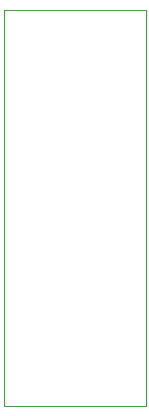
<source format=gm1>
G04 #@! TF.GenerationSoftware,KiCad,Pcbnew,9.0.1*
G04 #@! TF.CreationDate,2025-10-23T20:38:35-06:00*
G04 #@! TF.ProjectId,usbport,75736270-6f72-4742-9e6b-696361645f70,rev?*
G04 #@! TF.SameCoordinates,Original*
G04 #@! TF.FileFunction,Profile,NP*
%FSLAX46Y46*%
G04 Gerber Fmt 4.6, Leading zero omitted, Abs format (unit mm)*
G04 Created by KiCad (PCBNEW 9.0.1) date 2025-10-23 20:38:35*
%MOMM*%
%LPD*%
G01*
G04 APERTURE LIST*
G04 #@! TA.AperFunction,Profile*
%ADD10C,0.050000*%
G04 #@! TD*
G04 APERTURE END LIST*
D10*
X92000000Y-73000000D02*
X98000000Y-73000000D01*
X98000000Y-73000000D02*
X98000000Y-98000000D01*
X86000000Y-106500000D02*
X98000000Y-106500000D01*
X86000000Y-98000000D02*
X86000000Y-106500000D01*
X92000000Y-73000000D02*
X86000000Y-73000000D01*
X98000000Y-106500000D02*
X98000000Y-98000000D01*
X86000000Y-73000000D02*
X86000000Y-98000000D01*
M02*

</source>
